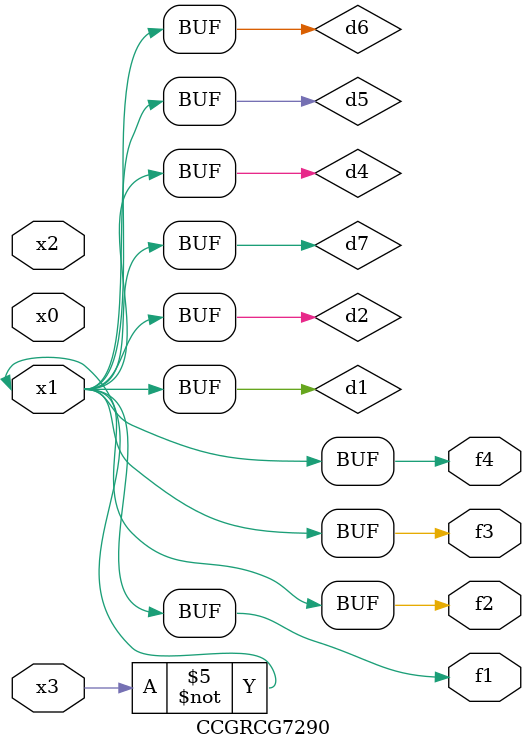
<source format=v>
module CCGRCG7290(
	input x0, x1, x2, x3,
	output f1, f2, f3, f4
);

	wire d1, d2, d3, d4, d5, d6, d7;

	not (d1, x3);
	buf (d2, x1);
	xnor (d3, d1, d2);
	nor (d4, d1);
	buf (d5, d1, d2);
	buf (d6, d4, d5);
	nand (d7, d4);
	assign f1 = d6;
	assign f2 = d7;
	assign f3 = d6;
	assign f4 = d6;
endmodule

</source>
